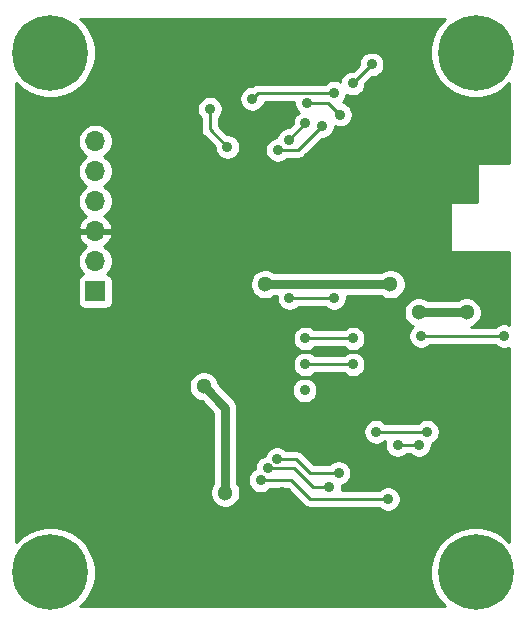
<source format=gbr>
%TF.GenerationSoftware,KiCad,Pcbnew,5.1.6-1.fc32*%
%TF.CreationDate,2020-08-22T09:30:13+02:00*%
%TF.ProjectId,pm_monitor_1,706d5f6d-6f6e-4697-946f-725f312e6b69,rev?*%
%TF.SameCoordinates,Original*%
%TF.FileFunction,Copper,L2,Bot*%
%TF.FilePolarity,Positive*%
%FSLAX46Y46*%
G04 Gerber Fmt 4.6, Leading zero omitted, Abs format (unit mm)*
G04 Created by KiCad (PCBNEW 5.1.6-1.fc32) date 2020-08-22 09:30:13*
%MOMM*%
%LPD*%
G01*
G04 APERTURE LIST*
%TA.AperFunction,ComponentPad*%
%ADD10C,6.400000*%
%TD*%
%TA.AperFunction,ComponentPad*%
%ADD11O,1.700000X1.700000*%
%TD*%
%TA.AperFunction,ComponentPad*%
%ADD12R,1.700000X1.700000*%
%TD*%
%TA.AperFunction,ViaPad*%
%ADD13C,1.300000*%
%TD*%
%TA.AperFunction,ViaPad*%
%ADD14C,0.900000*%
%TD*%
%TA.AperFunction,Conductor*%
%ADD15C,0.800000*%
%TD*%
%TA.AperFunction,Conductor*%
%ADD16C,0.256000*%
%TD*%
%TA.AperFunction,Conductor*%
%ADD17C,0.254000*%
%TD*%
G04 APERTURE END LIST*
D10*
%TO.P,H4,1*%
%TO.N,N/C*%
X90000000Y-98000000D03*
%TD*%
%TO.P,H3,1*%
%TO.N,N/C*%
X90000000Y-54000000D03*
%TD*%
%TO.P,H2,1*%
%TO.N,N/C*%
X54000000Y-98000000D03*
%TD*%
%TO.P,H1,1*%
%TO.N,N/C*%
X54000000Y-54000000D03*
%TD*%
D11*
%TO.P,J3,6*%
%TO.N,Net-(J3-Pad6)*%
X57800000Y-61500000D03*
%TO.P,J3,5*%
%TO.N,/NRST*%
X57800000Y-64040000D03*
%TO.P,J3,4*%
%TO.N,/SWDIO*%
X57800000Y-66580000D03*
%TO.P,J3,3*%
%TO.N,GND*%
X57800000Y-69120000D03*
%TO.P,J3,2*%
%TO.N,/SWCLK*%
X57800000Y-71660000D03*
D12*
%TO.P,J3,1*%
%TO.N,+3V3*%
X57800000Y-74200000D03*
%TD*%
D13*
%TO.N,GND*%
X53975000Y-89250000D03*
X53975000Y-80500000D03*
X61700000Y-91750000D03*
X87250000Y-74000000D03*
X77000000Y-55000000D03*
X69430000Y-54500000D03*
X62300000Y-58000000D03*
X66750000Y-72250000D03*
X92000000Y-61250000D03*
X74500000Y-70800000D03*
X63500000Y-85425000D03*
X67250000Y-87250000D03*
D14*
X73618466Y-91215635D03*
X57500000Y-94000000D03*
X52600000Y-93400000D03*
X86500000Y-84500000D03*
X84500000Y-79750000D03*
X83000000Y-70500000D03*
X85000000Y-72750000D03*
X85750000Y-52750000D03*
X83500000Y-56500000D03*
X86800000Y-62500000D03*
X65250000Y-53000000D03*
X68750000Y-56500000D03*
X58500000Y-58750000D03*
X52500000Y-58750000D03*
X52500000Y-62750000D03*
X52500000Y-67750000D03*
X52500000Y-70500000D03*
X52500000Y-76500000D03*
X57500000Y-79000000D03*
X60750000Y-75750000D03*
X63500000Y-69750000D03*
X63250000Y-65000000D03*
X61750000Y-60750000D03*
X65250000Y-58250000D03*
D13*
X80800000Y-94800000D03*
X68000000Y-99400000D03*
X85050000Y-95200000D03*
D14*
X59800000Y-99000000D03*
X75000000Y-100200000D03*
X80600000Y-100200000D03*
X86000000Y-89600000D03*
X88200000Y-80600000D03*
X70000000Y-65800000D03*
X73800000Y-64800000D03*
X68400000Y-93600000D03*
X74600000Y-94600000D03*
D13*
X65200000Y-79200000D03*
%TO.N,+5V*%
X68800000Y-91250000D03*
X67000000Y-82250000D03*
%TO.N,+3V3*%
X89250000Y-76000000D03*
X85200000Y-76000000D03*
X82800000Y-73600000D03*
X72200000Y-73600000D03*
D14*
%TO.N,/NRST*%
X67500000Y-58750000D03*
X69000000Y-62000000D03*
%TO.N,/BLE_TX*%
X78000000Y-57400000D03*
X71100000Y-57900000D03*
%TO.N,/BLE_RTS#*%
X74200000Y-61400000D03*
X75600000Y-60000000D03*
%TO.N,/BLE_RST#*%
X75750000Y-58250000D03*
X78500000Y-59250000D03*
%TO.N,/BLE_CTS#*%
X77000000Y-60200000D03*
X73250000Y-62250000D03*
%TO.N,/BLE_MODE*%
X85400000Y-78000000D03*
X92400000Y-78000000D03*
%TO.N,/SENSOR_SET*%
X85200000Y-87200000D03*
X83400000Y-87200000D03*
%TO.N,Net-(D4-Pad1)*%
X81600000Y-86095000D03*
X85905000Y-86095000D03*
%TO.N,Net-(D5-Pad1)*%
X71800000Y-90200000D03*
X82600000Y-91800000D03*
%TO.N,/FTH_RTS#*%
X75600000Y-78200000D03*
X72400000Y-89200000D03*
X77600000Y-90800000D03*
X79600000Y-78200000D03*
%TO.N,/FTH_RXD*%
X75525000Y-82600000D03*
%TO.N,/FTH_TXD*%
X75600000Y-80400000D03*
X73200000Y-88400000D03*
X78400000Y-89600000D03*
X79600000Y-80400000D03*
%TO.N,/FTH_CTS#*%
X74250000Y-74750000D03*
X78000000Y-74750000D03*
%TO.N,Net-(D6-Pad1)*%
X79600000Y-56600000D03*
X81200000Y-55000000D03*
%TD*%
D15*
%TO.N,+5V*%
X67000000Y-82250000D02*
X68800000Y-84050000D01*
X68800000Y-84050000D02*
X68800000Y-91250000D01*
%TO.N,+3V3*%
X85200000Y-76000000D02*
X85600000Y-76000000D01*
X85600000Y-76000000D02*
X89250000Y-76000000D01*
X72200000Y-73600000D02*
X82800000Y-73600000D01*
D16*
%TO.N,/NRST*%
X67500000Y-60000000D02*
X67500000Y-58750000D01*
X67500000Y-60500000D02*
X67500000Y-60000000D01*
X69000000Y-62000000D02*
X67500000Y-60500000D01*
%TO.N,/BLE_TX*%
X71600000Y-57400000D02*
X71100000Y-57900000D01*
X78000000Y-57400000D02*
X71600000Y-57400000D01*
%TO.N,/BLE_RTS#*%
X75600000Y-60000000D02*
X74200000Y-61400000D01*
%TO.N,/BLE_RST#*%
X78500000Y-59250000D02*
X77500000Y-58250000D01*
X77500000Y-58250000D02*
X75750000Y-58250000D01*
%TO.N,/BLE_CTS#*%
X74950000Y-62250000D02*
X77000000Y-60200000D01*
X73250000Y-62250000D02*
X74950000Y-62250000D01*
%TO.N,/BLE_MODE*%
X92400000Y-78000000D02*
X85400000Y-78000000D01*
%TO.N,/SENSOR_SET*%
X85200000Y-87200000D02*
X83400000Y-87200000D01*
%TO.N,Net-(D4-Pad1)*%
X81600000Y-86095000D02*
X85905000Y-86095000D01*
%TO.N,Net-(D5-Pad1)*%
X74400000Y-90200000D02*
X71800000Y-90200000D01*
X76000000Y-91800000D02*
X74400000Y-90200000D01*
X78450000Y-91800000D02*
X76000000Y-91800000D01*
X78450000Y-91800000D02*
X82600000Y-91800000D01*
%TO.N,/FTH_RTS#*%
X74600000Y-89200000D02*
X72400000Y-89200000D01*
X77600000Y-90800000D02*
X76200000Y-90800000D01*
X76200000Y-90800000D02*
X74600000Y-89200000D01*
X79600000Y-78200000D02*
X75600000Y-78200000D01*
%TO.N,/FTH_TXD*%
X74800000Y-88400000D02*
X73200000Y-88400000D01*
X78400000Y-89600000D02*
X76000000Y-89600000D01*
X76000000Y-89600000D02*
X74800000Y-88400000D01*
X79600000Y-80400000D02*
X75600000Y-80400000D01*
%TO.N,/FTH_CTS#*%
X78000000Y-74750000D02*
X74250000Y-74750000D01*
%TO.N,Net-(D6-Pad1)*%
X79600000Y-56600000D02*
X81200000Y-55000000D01*
%TD*%
D17*
%TO.N,GND*%
G36*
X87021161Y-51555330D02*
G01*
X86601467Y-52183446D01*
X86312377Y-52881372D01*
X86165000Y-53622285D01*
X86165000Y-54377715D01*
X86312377Y-55118628D01*
X86601467Y-55816554D01*
X87021161Y-56444670D01*
X87555330Y-56978839D01*
X88183446Y-57398533D01*
X88881372Y-57687623D01*
X89622285Y-57835000D01*
X90377715Y-57835000D01*
X91118628Y-57687623D01*
X91816554Y-57398533D01*
X92444670Y-56978839D01*
X92873000Y-56550509D01*
X92873000Y-63373000D01*
X90250000Y-63373000D01*
X90225224Y-63375440D01*
X90201399Y-63382667D01*
X90179443Y-63394403D01*
X90160197Y-63410197D01*
X90144403Y-63429443D01*
X90132667Y-63451399D01*
X90125440Y-63475224D01*
X90123000Y-63500000D01*
X90123000Y-66623000D01*
X88000000Y-66623000D01*
X87975224Y-66625440D01*
X87951399Y-66632667D01*
X87929443Y-66644403D01*
X87910197Y-66660197D01*
X87894403Y-66679443D01*
X87882667Y-66701399D01*
X87875440Y-66725224D01*
X87873000Y-66750000D01*
X87873000Y-70750000D01*
X87875440Y-70774776D01*
X87882667Y-70798601D01*
X87894403Y-70820557D01*
X87910197Y-70839803D01*
X87929443Y-70855597D01*
X87951399Y-70867333D01*
X87975224Y-70874560D01*
X88000000Y-70877000D01*
X92873000Y-70877000D01*
X92873000Y-77021527D01*
X92716483Y-76956696D01*
X92506863Y-76915000D01*
X92293137Y-76915000D01*
X92083517Y-76956696D01*
X91886060Y-77038485D01*
X91708353Y-77157225D01*
X91628578Y-77237000D01*
X89617878Y-77237000D01*
X89624821Y-77235619D01*
X89858676Y-77138753D01*
X90069140Y-76998125D01*
X90248125Y-76819140D01*
X90388753Y-76608676D01*
X90485619Y-76374821D01*
X90535000Y-76126561D01*
X90535000Y-75873439D01*
X90485619Y-75625179D01*
X90388753Y-75391324D01*
X90248125Y-75180860D01*
X90069140Y-75001875D01*
X89858676Y-74861247D01*
X89624821Y-74764381D01*
X89376561Y-74715000D01*
X89123439Y-74715000D01*
X88875179Y-74764381D01*
X88641324Y-74861247D01*
X88486047Y-74965000D01*
X85963953Y-74965000D01*
X85808676Y-74861247D01*
X85574821Y-74764381D01*
X85326561Y-74715000D01*
X85073439Y-74715000D01*
X84825179Y-74764381D01*
X84591324Y-74861247D01*
X84380860Y-75001875D01*
X84201875Y-75180860D01*
X84061247Y-75391324D01*
X83964381Y-75625179D01*
X83915000Y-75873439D01*
X83915000Y-76126561D01*
X83964381Y-76374821D01*
X84061247Y-76608676D01*
X84201875Y-76819140D01*
X84380860Y-76998125D01*
X84591324Y-77138753D01*
X84687138Y-77178440D01*
X84557225Y-77308353D01*
X84438485Y-77486060D01*
X84356696Y-77683517D01*
X84315000Y-77893137D01*
X84315000Y-78106863D01*
X84356696Y-78316483D01*
X84438485Y-78513940D01*
X84557225Y-78691647D01*
X84708353Y-78842775D01*
X84886060Y-78961515D01*
X85083517Y-79043304D01*
X85293137Y-79085000D01*
X85506863Y-79085000D01*
X85716483Y-79043304D01*
X85913940Y-78961515D01*
X86091647Y-78842775D01*
X86171422Y-78763000D01*
X91628578Y-78763000D01*
X91708353Y-78842775D01*
X91886060Y-78961515D01*
X92083517Y-79043304D01*
X92293137Y-79085000D01*
X92506863Y-79085000D01*
X92716483Y-79043304D01*
X92873000Y-78978473D01*
X92873000Y-95449491D01*
X92444670Y-95021161D01*
X91816554Y-94601467D01*
X91118628Y-94312377D01*
X90377715Y-94165000D01*
X89622285Y-94165000D01*
X88881372Y-94312377D01*
X88183446Y-94601467D01*
X87555330Y-95021161D01*
X87021161Y-95555330D01*
X86601467Y-96183446D01*
X86312377Y-96881372D01*
X86165000Y-97622285D01*
X86165000Y-98377715D01*
X86312377Y-99118628D01*
X86601467Y-99816554D01*
X87021161Y-100444670D01*
X87449491Y-100873000D01*
X56550509Y-100873000D01*
X56978839Y-100444670D01*
X57398533Y-99816554D01*
X57687623Y-99118628D01*
X57835000Y-98377715D01*
X57835000Y-97622285D01*
X57687623Y-96881372D01*
X57398533Y-96183446D01*
X56978839Y-95555330D01*
X56444670Y-95021161D01*
X55816554Y-94601467D01*
X55118628Y-94312377D01*
X54377715Y-94165000D01*
X53622285Y-94165000D01*
X52881372Y-94312377D01*
X52183446Y-94601467D01*
X51555330Y-95021161D01*
X51127000Y-95449491D01*
X51127000Y-82123439D01*
X65715000Y-82123439D01*
X65715000Y-82376561D01*
X65764381Y-82624821D01*
X65861247Y-82858676D01*
X66001875Y-83069140D01*
X66180860Y-83248125D01*
X66391324Y-83388753D01*
X66625179Y-83485619D01*
X66808341Y-83522051D01*
X67765000Y-84478711D01*
X67765001Y-90486046D01*
X67661247Y-90641324D01*
X67564381Y-90875179D01*
X67515000Y-91123439D01*
X67515000Y-91376561D01*
X67564381Y-91624821D01*
X67661247Y-91858676D01*
X67801875Y-92069140D01*
X67980860Y-92248125D01*
X68191324Y-92388753D01*
X68425179Y-92485619D01*
X68673439Y-92535000D01*
X68926561Y-92535000D01*
X69174821Y-92485619D01*
X69408676Y-92388753D01*
X69619140Y-92248125D01*
X69798125Y-92069140D01*
X69938753Y-91858676D01*
X70035619Y-91624821D01*
X70085000Y-91376561D01*
X70085000Y-91123439D01*
X70035619Y-90875179D01*
X69938753Y-90641324D01*
X69835000Y-90486047D01*
X69835000Y-90093137D01*
X70715000Y-90093137D01*
X70715000Y-90306863D01*
X70756696Y-90516483D01*
X70838485Y-90713940D01*
X70957225Y-90891647D01*
X71108353Y-91042775D01*
X71286060Y-91161515D01*
X71483517Y-91243304D01*
X71693137Y-91285000D01*
X71906863Y-91285000D01*
X72116483Y-91243304D01*
X72313940Y-91161515D01*
X72491647Y-91042775D01*
X72571422Y-90963000D01*
X74083956Y-90963000D01*
X75433982Y-92313027D01*
X75457868Y-92342132D01*
X75486973Y-92366018D01*
X75486976Y-92366021D01*
X75514675Y-92388753D01*
X75574049Y-92437480D01*
X75706600Y-92508330D01*
X75850426Y-92551959D01*
X75962525Y-92563000D01*
X75962533Y-92563000D01*
X76000000Y-92566690D01*
X76037467Y-92563000D01*
X81828578Y-92563000D01*
X81908353Y-92642775D01*
X82086060Y-92761515D01*
X82283517Y-92843304D01*
X82493137Y-92885000D01*
X82706863Y-92885000D01*
X82916483Y-92843304D01*
X83113940Y-92761515D01*
X83291647Y-92642775D01*
X83442775Y-92491647D01*
X83561515Y-92313940D01*
X83643304Y-92116483D01*
X83685000Y-91906863D01*
X83685000Y-91693137D01*
X83643304Y-91483517D01*
X83561515Y-91286060D01*
X83442775Y-91108353D01*
X83291647Y-90957225D01*
X83113940Y-90838485D01*
X82916483Y-90756696D01*
X82706863Y-90715000D01*
X82493137Y-90715000D01*
X82283517Y-90756696D01*
X82086060Y-90838485D01*
X81908353Y-90957225D01*
X81828578Y-91037000D01*
X78659114Y-91037000D01*
X78685000Y-90906863D01*
X78685000Y-90693137D01*
X78676663Y-90651225D01*
X78716483Y-90643304D01*
X78913940Y-90561515D01*
X79091647Y-90442775D01*
X79242775Y-90291647D01*
X79361515Y-90113940D01*
X79443304Y-89916483D01*
X79485000Y-89706863D01*
X79485000Y-89493137D01*
X79443304Y-89283517D01*
X79361515Y-89086060D01*
X79242775Y-88908353D01*
X79091647Y-88757225D01*
X78913940Y-88638485D01*
X78716483Y-88556696D01*
X78506863Y-88515000D01*
X78293137Y-88515000D01*
X78083517Y-88556696D01*
X77886060Y-88638485D01*
X77708353Y-88757225D01*
X77628578Y-88837000D01*
X76316045Y-88837000D01*
X75366023Y-87886979D01*
X75342132Y-87857868D01*
X75225951Y-87762520D01*
X75093400Y-87691670D01*
X74949574Y-87648041D01*
X74837475Y-87637000D01*
X74837467Y-87637000D01*
X74800000Y-87633310D01*
X74762533Y-87637000D01*
X73971422Y-87637000D01*
X73891647Y-87557225D01*
X73713940Y-87438485D01*
X73516483Y-87356696D01*
X73306863Y-87315000D01*
X73093137Y-87315000D01*
X72883517Y-87356696D01*
X72686060Y-87438485D01*
X72508353Y-87557225D01*
X72357225Y-87708353D01*
X72238485Y-87886060D01*
X72156696Y-88083517D01*
X72144555Y-88144555D01*
X72083517Y-88156696D01*
X71886060Y-88238485D01*
X71708353Y-88357225D01*
X71557225Y-88508353D01*
X71438485Y-88686060D01*
X71356696Y-88883517D01*
X71315000Y-89093137D01*
X71315000Y-89226498D01*
X71286060Y-89238485D01*
X71108353Y-89357225D01*
X70957225Y-89508353D01*
X70838485Y-89686060D01*
X70756696Y-89883517D01*
X70715000Y-90093137D01*
X69835000Y-90093137D01*
X69835000Y-85988137D01*
X80515000Y-85988137D01*
X80515000Y-86201863D01*
X80556696Y-86411483D01*
X80638485Y-86608940D01*
X80757225Y-86786647D01*
X80908353Y-86937775D01*
X81086060Y-87056515D01*
X81283517Y-87138304D01*
X81493137Y-87180000D01*
X81706863Y-87180000D01*
X81916483Y-87138304D01*
X82113940Y-87056515D01*
X82291647Y-86937775D01*
X82364326Y-86865096D01*
X82356696Y-86883517D01*
X82315000Y-87093137D01*
X82315000Y-87306863D01*
X82356696Y-87516483D01*
X82438485Y-87713940D01*
X82557225Y-87891647D01*
X82708353Y-88042775D01*
X82886060Y-88161515D01*
X83083517Y-88243304D01*
X83293137Y-88285000D01*
X83506863Y-88285000D01*
X83716483Y-88243304D01*
X83913940Y-88161515D01*
X84091647Y-88042775D01*
X84171422Y-87963000D01*
X84428578Y-87963000D01*
X84508353Y-88042775D01*
X84686060Y-88161515D01*
X84883517Y-88243304D01*
X85093137Y-88285000D01*
X85306863Y-88285000D01*
X85516483Y-88243304D01*
X85713940Y-88161515D01*
X85891647Y-88042775D01*
X86042775Y-87891647D01*
X86161515Y-87713940D01*
X86243304Y-87516483D01*
X86285000Y-87306863D01*
X86285000Y-87111995D01*
X86418940Y-87056515D01*
X86596647Y-86937775D01*
X86747775Y-86786647D01*
X86866515Y-86608940D01*
X86948304Y-86411483D01*
X86990000Y-86201863D01*
X86990000Y-85988137D01*
X86948304Y-85778517D01*
X86866515Y-85581060D01*
X86747775Y-85403353D01*
X86596647Y-85252225D01*
X86418940Y-85133485D01*
X86221483Y-85051696D01*
X86011863Y-85010000D01*
X85798137Y-85010000D01*
X85588517Y-85051696D01*
X85391060Y-85133485D01*
X85213353Y-85252225D01*
X85133578Y-85332000D01*
X82371422Y-85332000D01*
X82291647Y-85252225D01*
X82113940Y-85133485D01*
X81916483Y-85051696D01*
X81706863Y-85010000D01*
X81493137Y-85010000D01*
X81283517Y-85051696D01*
X81086060Y-85133485D01*
X80908353Y-85252225D01*
X80757225Y-85403353D01*
X80638485Y-85581060D01*
X80556696Y-85778517D01*
X80515000Y-85988137D01*
X69835000Y-85988137D01*
X69835000Y-84100827D01*
X69840006Y-84049999D01*
X69835000Y-83999171D01*
X69835000Y-83999162D01*
X69820024Y-83847105D01*
X69760841Y-83652007D01*
X69671905Y-83485619D01*
X69664734Y-83472202D01*
X69567803Y-83354092D01*
X69535396Y-83314604D01*
X69495908Y-83282197D01*
X68706848Y-82493137D01*
X74440000Y-82493137D01*
X74440000Y-82706863D01*
X74481696Y-82916483D01*
X74563485Y-83113940D01*
X74682225Y-83291647D01*
X74833353Y-83442775D01*
X75011060Y-83561515D01*
X75208517Y-83643304D01*
X75418137Y-83685000D01*
X75631863Y-83685000D01*
X75841483Y-83643304D01*
X76038940Y-83561515D01*
X76216647Y-83442775D01*
X76367775Y-83291647D01*
X76486515Y-83113940D01*
X76568304Y-82916483D01*
X76610000Y-82706863D01*
X76610000Y-82493137D01*
X76568304Y-82283517D01*
X76486515Y-82086060D01*
X76367775Y-81908353D01*
X76216647Y-81757225D01*
X76038940Y-81638485D01*
X75841483Y-81556696D01*
X75631863Y-81515000D01*
X75418137Y-81515000D01*
X75208517Y-81556696D01*
X75011060Y-81638485D01*
X74833353Y-81757225D01*
X74682225Y-81908353D01*
X74563485Y-82086060D01*
X74481696Y-82283517D01*
X74440000Y-82493137D01*
X68706848Y-82493137D01*
X68272051Y-82058341D01*
X68235619Y-81875179D01*
X68138753Y-81641324D01*
X67998125Y-81430860D01*
X67819140Y-81251875D01*
X67608676Y-81111247D01*
X67374821Y-81014381D01*
X67126561Y-80965000D01*
X66873439Y-80965000D01*
X66625179Y-81014381D01*
X66391324Y-81111247D01*
X66180860Y-81251875D01*
X66001875Y-81430860D01*
X65861247Y-81641324D01*
X65764381Y-81875179D01*
X65715000Y-82123439D01*
X51127000Y-82123439D01*
X51127000Y-80293137D01*
X74515000Y-80293137D01*
X74515000Y-80506863D01*
X74556696Y-80716483D01*
X74638485Y-80913940D01*
X74757225Y-81091647D01*
X74908353Y-81242775D01*
X75086060Y-81361515D01*
X75283517Y-81443304D01*
X75493137Y-81485000D01*
X75706863Y-81485000D01*
X75916483Y-81443304D01*
X76113940Y-81361515D01*
X76291647Y-81242775D01*
X76371422Y-81163000D01*
X78828578Y-81163000D01*
X78908353Y-81242775D01*
X79086060Y-81361515D01*
X79283517Y-81443304D01*
X79493137Y-81485000D01*
X79706863Y-81485000D01*
X79916483Y-81443304D01*
X80113940Y-81361515D01*
X80291647Y-81242775D01*
X80442775Y-81091647D01*
X80561515Y-80913940D01*
X80643304Y-80716483D01*
X80685000Y-80506863D01*
X80685000Y-80293137D01*
X80643304Y-80083517D01*
X80561515Y-79886060D01*
X80442775Y-79708353D01*
X80291647Y-79557225D01*
X80113940Y-79438485D01*
X79916483Y-79356696D01*
X79706863Y-79315000D01*
X79493137Y-79315000D01*
X79283517Y-79356696D01*
X79086060Y-79438485D01*
X78908353Y-79557225D01*
X78828578Y-79637000D01*
X76371422Y-79637000D01*
X76291647Y-79557225D01*
X76113940Y-79438485D01*
X75916483Y-79356696D01*
X75706863Y-79315000D01*
X75493137Y-79315000D01*
X75283517Y-79356696D01*
X75086060Y-79438485D01*
X74908353Y-79557225D01*
X74757225Y-79708353D01*
X74638485Y-79886060D01*
X74556696Y-80083517D01*
X74515000Y-80293137D01*
X51127000Y-80293137D01*
X51127000Y-78093137D01*
X74515000Y-78093137D01*
X74515000Y-78306863D01*
X74556696Y-78516483D01*
X74638485Y-78713940D01*
X74757225Y-78891647D01*
X74908353Y-79042775D01*
X75086060Y-79161515D01*
X75283517Y-79243304D01*
X75493137Y-79285000D01*
X75706863Y-79285000D01*
X75916483Y-79243304D01*
X76113940Y-79161515D01*
X76291647Y-79042775D01*
X76371422Y-78963000D01*
X78828578Y-78963000D01*
X78908353Y-79042775D01*
X79086060Y-79161515D01*
X79283517Y-79243304D01*
X79493137Y-79285000D01*
X79706863Y-79285000D01*
X79916483Y-79243304D01*
X80113940Y-79161515D01*
X80291647Y-79042775D01*
X80442775Y-78891647D01*
X80561515Y-78713940D01*
X80643304Y-78516483D01*
X80685000Y-78306863D01*
X80685000Y-78093137D01*
X80643304Y-77883517D01*
X80561515Y-77686060D01*
X80442775Y-77508353D01*
X80291647Y-77357225D01*
X80113940Y-77238485D01*
X79916483Y-77156696D01*
X79706863Y-77115000D01*
X79493137Y-77115000D01*
X79283517Y-77156696D01*
X79086060Y-77238485D01*
X78908353Y-77357225D01*
X78828578Y-77437000D01*
X76371422Y-77437000D01*
X76291647Y-77357225D01*
X76113940Y-77238485D01*
X75916483Y-77156696D01*
X75706863Y-77115000D01*
X75493137Y-77115000D01*
X75283517Y-77156696D01*
X75086060Y-77238485D01*
X74908353Y-77357225D01*
X74757225Y-77508353D01*
X74638485Y-77686060D01*
X74556696Y-77883517D01*
X74515000Y-78093137D01*
X51127000Y-78093137D01*
X51127000Y-73350000D01*
X56311928Y-73350000D01*
X56311928Y-75050000D01*
X56324188Y-75174482D01*
X56360498Y-75294180D01*
X56419463Y-75404494D01*
X56498815Y-75501185D01*
X56595506Y-75580537D01*
X56705820Y-75639502D01*
X56825518Y-75675812D01*
X56950000Y-75688072D01*
X58650000Y-75688072D01*
X58774482Y-75675812D01*
X58894180Y-75639502D01*
X59004494Y-75580537D01*
X59101185Y-75501185D01*
X59180537Y-75404494D01*
X59239502Y-75294180D01*
X59275812Y-75174482D01*
X59288072Y-75050000D01*
X59288072Y-73473439D01*
X70915000Y-73473439D01*
X70915000Y-73726561D01*
X70964381Y-73974821D01*
X71061247Y-74208676D01*
X71201875Y-74419140D01*
X71380860Y-74598125D01*
X71591324Y-74738753D01*
X71825179Y-74835619D01*
X72073439Y-74885000D01*
X72326561Y-74885000D01*
X72574821Y-74835619D01*
X72808676Y-74738753D01*
X72963953Y-74635000D01*
X73166619Y-74635000D01*
X73165000Y-74643137D01*
X73165000Y-74856863D01*
X73206696Y-75066483D01*
X73288485Y-75263940D01*
X73407225Y-75441647D01*
X73558353Y-75592775D01*
X73736060Y-75711515D01*
X73933517Y-75793304D01*
X74143137Y-75835000D01*
X74356863Y-75835000D01*
X74566483Y-75793304D01*
X74763940Y-75711515D01*
X74941647Y-75592775D01*
X75021422Y-75513000D01*
X77228578Y-75513000D01*
X77308353Y-75592775D01*
X77486060Y-75711515D01*
X77683517Y-75793304D01*
X77893137Y-75835000D01*
X78106863Y-75835000D01*
X78316483Y-75793304D01*
X78513940Y-75711515D01*
X78691647Y-75592775D01*
X78842775Y-75441647D01*
X78961515Y-75263940D01*
X79043304Y-75066483D01*
X79085000Y-74856863D01*
X79085000Y-74643137D01*
X79083381Y-74635000D01*
X82036047Y-74635000D01*
X82191324Y-74738753D01*
X82425179Y-74835619D01*
X82673439Y-74885000D01*
X82926561Y-74885000D01*
X83174821Y-74835619D01*
X83408676Y-74738753D01*
X83619140Y-74598125D01*
X83798125Y-74419140D01*
X83938753Y-74208676D01*
X84035619Y-73974821D01*
X84085000Y-73726561D01*
X84085000Y-73473439D01*
X84035619Y-73225179D01*
X83938753Y-72991324D01*
X83798125Y-72780860D01*
X83619140Y-72601875D01*
X83408676Y-72461247D01*
X83174821Y-72364381D01*
X82926561Y-72315000D01*
X82673439Y-72315000D01*
X82425179Y-72364381D01*
X82191324Y-72461247D01*
X82036047Y-72565000D01*
X72963953Y-72565000D01*
X72808676Y-72461247D01*
X72574821Y-72364381D01*
X72326561Y-72315000D01*
X72073439Y-72315000D01*
X71825179Y-72364381D01*
X71591324Y-72461247D01*
X71380860Y-72601875D01*
X71201875Y-72780860D01*
X71061247Y-72991324D01*
X70964381Y-73225179D01*
X70915000Y-73473439D01*
X59288072Y-73473439D01*
X59288072Y-73350000D01*
X59275812Y-73225518D01*
X59239502Y-73105820D01*
X59180537Y-72995506D01*
X59101185Y-72898815D01*
X59004494Y-72819463D01*
X58894180Y-72760498D01*
X58821620Y-72738487D01*
X58953475Y-72606632D01*
X59115990Y-72363411D01*
X59227932Y-72093158D01*
X59285000Y-71806260D01*
X59285000Y-71513740D01*
X59227932Y-71226842D01*
X59115990Y-70956589D01*
X58953475Y-70713368D01*
X58746632Y-70506525D01*
X58564466Y-70384805D01*
X58681355Y-70315178D01*
X58897588Y-70120269D01*
X59071641Y-69886920D01*
X59196825Y-69624099D01*
X59241476Y-69476890D01*
X59120155Y-69247000D01*
X57927000Y-69247000D01*
X57927000Y-69267000D01*
X57673000Y-69267000D01*
X57673000Y-69247000D01*
X56479845Y-69247000D01*
X56358524Y-69476890D01*
X56403175Y-69624099D01*
X56528359Y-69886920D01*
X56702412Y-70120269D01*
X56918645Y-70315178D01*
X57035534Y-70384805D01*
X56853368Y-70506525D01*
X56646525Y-70713368D01*
X56484010Y-70956589D01*
X56372068Y-71226842D01*
X56315000Y-71513740D01*
X56315000Y-71806260D01*
X56372068Y-72093158D01*
X56484010Y-72363411D01*
X56646525Y-72606632D01*
X56778380Y-72738487D01*
X56705820Y-72760498D01*
X56595506Y-72819463D01*
X56498815Y-72898815D01*
X56419463Y-72995506D01*
X56360498Y-73105820D01*
X56324188Y-73225518D01*
X56311928Y-73350000D01*
X51127000Y-73350000D01*
X51127000Y-61353740D01*
X56315000Y-61353740D01*
X56315000Y-61646260D01*
X56372068Y-61933158D01*
X56484010Y-62203411D01*
X56646525Y-62446632D01*
X56853368Y-62653475D01*
X57027760Y-62770000D01*
X56853368Y-62886525D01*
X56646525Y-63093368D01*
X56484010Y-63336589D01*
X56372068Y-63606842D01*
X56315000Y-63893740D01*
X56315000Y-64186260D01*
X56372068Y-64473158D01*
X56484010Y-64743411D01*
X56646525Y-64986632D01*
X56853368Y-65193475D01*
X57027760Y-65310000D01*
X56853368Y-65426525D01*
X56646525Y-65633368D01*
X56484010Y-65876589D01*
X56372068Y-66146842D01*
X56315000Y-66433740D01*
X56315000Y-66726260D01*
X56372068Y-67013158D01*
X56484010Y-67283411D01*
X56646525Y-67526632D01*
X56853368Y-67733475D01*
X57035534Y-67855195D01*
X56918645Y-67924822D01*
X56702412Y-68119731D01*
X56528359Y-68353080D01*
X56403175Y-68615901D01*
X56358524Y-68763110D01*
X56479845Y-68993000D01*
X57673000Y-68993000D01*
X57673000Y-68973000D01*
X57927000Y-68973000D01*
X57927000Y-68993000D01*
X59120155Y-68993000D01*
X59241476Y-68763110D01*
X59196825Y-68615901D01*
X59071641Y-68353080D01*
X58897588Y-68119731D01*
X58681355Y-67924822D01*
X58564466Y-67855195D01*
X58746632Y-67733475D01*
X58953475Y-67526632D01*
X59115990Y-67283411D01*
X59227932Y-67013158D01*
X59285000Y-66726260D01*
X59285000Y-66433740D01*
X59227932Y-66146842D01*
X59115990Y-65876589D01*
X58953475Y-65633368D01*
X58746632Y-65426525D01*
X58572240Y-65310000D01*
X58746632Y-65193475D01*
X58953475Y-64986632D01*
X59115990Y-64743411D01*
X59227932Y-64473158D01*
X59285000Y-64186260D01*
X59285000Y-63893740D01*
X59227932Y-63606842D01*
X59115990Y-63336589D01*
X58953475Y-63093368D01*
X58746632Y-62886525D01*
X58572240Y-62770000D01*
X58746632Y-62653475D01*
X58953475Y-62446632D01*
X59115990Y-62203411D01*
X59227932Y-61933158D01*
X59285000Y-61646260D01*
X59285000Y-61353740D01*
X59227932Y-61066842D01*
X59115990Y-60796589D01*
X58953475Y-60553368D01*
X58746632Y-60346525D01*
X58503411Y-60184010D01*
X58233158Y-60072068D01*
X57946260Y-60015000D01*
X57653740Y-60015000D01*
X57366842Y-60072068D01*
X57096589Y-60184010D01*
X56853368Y-60346525D01*
X56646525Y-60553368D01*
X56484010Y-60796589D01*
X56372068Y-61066842D01*
X56315000Y-61353740D01*
X51127000Y-61353740D01*
X51127000Y-58643137D01*
X66415000Y-58643137D01*
X66415000Y-58856863D01*
X66456696Y-59066483D01*
X66538485Y-59263940D01*
X66657225Y-59441647D01*
X66737000Y-59521422D01*
X66737000Y-60462533D01*
X66733310Y-60500000D01*
X66737000Y-60537467D01*
X66737000Y-60537474D01*
X66748041Y-60649573D01*
X66791670Y-60793399D01*
X66862520Y-60925950D01*
X66957868Y-61042132D01*
X66986979Y-61066023D01*
X67915000Y-61994045D01*
X67915000Y-62106863D01*
X67956696Y-62316483D01*
X68038485Y-62513940D01*
X68157225Y-62691647D01*
X68308353Y-62842775D01*
X68486060Y-62961515D01*
X68683517Y-63043304D01*
X68893137Y-63085000D01*
X69106863Y-63085000D01*
X69316483Y-63043304D01*
X69513940Y-62961515D01*
X69691647Y-62842775D01*
X69842775Y-62691647D01*
X69961515Y-62513940D01*
X70043304Y-62316483D01*
X70085000Y-62106863D01*
X70085000Y-61893137D01*
X70043304Y-61683517D01*
X69961515Y-61486060D01*
X69842775Y-61308353D01*
X69691647Y-61157225D01*
X69513940Y-61038485D01*
X69316483Y-60956696D01*
X69106863Y-60915000D01*
X68994045Y-60915000D01*
X68263000Y-60183956D01*
X68263000Y-59521422D01*
X68342775Y-59441647D01*
X68461515Y-59263940D01*
X68543304Y-59066483D01*
X68585000Y-58856863D01*
X68585000Y-58643137D01*
X68543304Y-58433517D01*
X68461515Y-58236060D01*
X68342775Y-58058353D01*
X68191647Y-57907225D01*
X68020903Y-57793137D01*
X70015000Y-57793137D01*
X70015000Y-58006863D01*
X70056696Y-58216483D01*
X70138485Y-58413940D01*
X70257225Y-58591647D01*
X70408353Y-58742775D01*
X70586060Y-58861515D01*
X70783517Y-58943304D01*
X70993137Y-58985000D01*
X71206863Y-58985000D01*
X71416483Y-58943304D01*
X71613940Y-58861515D01*
X71791647Y-58742775D01*
X71942775Y-58591647D01*
X72061515Y-58413940D01*
X72143304Y-58216483D01*
X72153942Y-58163000D01*
X74665000Y-58163000D01*
X74665000Y-58356863D01*
X74706696Y-58566483D01*
X74788485Y-58763940D01*
X74907225Y-58941647D01*
X75036906Y-59071328D01*
X74908353Y-59157225D01*
X74757225Y-59308353D01*
X74638485Y-59486060D01*
X74556696Y-59683517D01*
X74515000Y-59893137D01*
X74515000Y-60005955D01*
X74205956Y-60315000D01*
X74093137Y-60315000D01*
X73883517Y-60356696D01*
X73686060Y-60438485D01*
X73508353Y-60557225D01*
X73357225Y-60708353D01*
X73238485Y-60886060D01*
X73156696Y-61083517D01*
X73140379Y-61165549D01*
X72933517Y-61206696D01*
X72736060Y-61288485D01*
X72558353Y-61407225D01*
X72407225Y-61558353D01*
X72288485Y-61736060D01*
X72206696Y-61933517D01*
X72165000Y-62143137D01*
X72165000Y-62356863D01*
X72206696Y-62566483D01*
X72288485Y-62763940D01*
X72407225Y-62941647D01*
X72558353Y-63092775D01*
X72736060Y-63211515D01*
X72933517Y-63293304D01*
X73143137Y-63335000D01*
X73356863Y-63335000D01*
X73566483Y-63293304D01*
X73763940Y-63211515D01*
X73941647Y-63092775D01*
X74021422Y-63013000D01*
X74912533Y-63013000D01*
X74950000Y-63016690D01*
X74987467Y-63013000D01*
X74987475Y-63013000D01*
X75099574Y-63001959D01*
X75243400Y-62958330D01*
X75375951Y-62887480D01*
X75492132Y-62792132D01*
X75516023Y-62763021D01*
X76994045Y-61285000D01*
X77106863Y-61285000D01*
X77316483Y-61243304D01*
X77513940Y-61161515D01*
X77691647Y-61042775D01*
X77842775Y-60891647D01*
X77961515Y-60713940D01*
X78043304Y-60516483D01*
X78085000Y-60306863D01*
X78085000Y-60252497D01*
X78183517Y-60293304D01*
X78393137Y-60335000D01*
X78606863Y-60335000D01*
X78816483Y-60293304D01*
X79013940Y-60211515D01*
X79191647Y-60092775D01*
X79342775Y-59941647D01*
X79461515Y-59763940D01*
X79543304Y-59566483D01*
X79585000Y-59356863D01*
X79585000Y-59143137D01*
X79543304Y-58933517D01*
X79461515Y-58736060D01*
X79342775Y-58558353D01*
X79191647Y-58407225D01*
X79013940Y-58288485D01*
X78816483Y-58206696D01*
X78742452Y-58191970D01*
X78842775Y-58091647D01*
X78961515Y-57913940D01*
X79043304Y-57716483D01*
X79075529Y-57554478D01*
X79086060Y-57561515D01*
X79283517Y-57643304D01*
X79493137Y-57685000D01*
X79706863Y-57685000D01*
X79916483Y-57643304D01*
X80113940Y-57561515D01*
X80291647Y-57442775D01*
X80442775Y-57291647D01*
X80561515Y-57113940D01*
X80643304Y-56916483D01*
X80685000Y-56706863D01*
X80685000Y-56594044D01*
X81194045Y-56085000D01*
X81306863Y-56085000D01*
X81516483Y-56043304D01*
X81713940Y-55961515D01*
X81891647Y-55842775D01*
X82042775Y-55691647D01*
X82161515Y-55513940D01*
X82243304Y-55316483D01*
X82285000Y-55106863D01*
X82285000Y-54893137D01*
X82243304Y-54683517D01*
X82161515Y-54486060D01*
X82042775Y-54308353D01*
X81891647Y-54157225D01*
X81713940Y-54038485D01*
X81516483Y-53956696D01*
X81306863Y-53915000D01*
X81093137Y-53915000D01*
X80883517Y-53956696D01*
X80686060Y-54038485D01*
X80508353Y-54157225D01*
X80357225Y-54308353D01*
X80238485Y-54486060D01*
X80156696Y-54683517D01*
X80115000Y-54893137D01*
X80115000Y-55005955D01*
X79605956Y-55515000D01*
X79493137Y-55515000D01*
X79283517Y-55556696D01*
X79086060Y-55638485D01*
X78908353Y-55757225D01*
X78757225Y-55908353D01*
X78638485Y-56086060D01*
X78556696Y-56283517D01*
X78524471Y-56445522D01*
X78513940Y-56438485D01*
X78316483Y-56356696D01*
X78106863Y-56315000D01*
X77893137Y-56315000D01*
X77683517Y-56356696D01*
X77486060Y-56438485D01*
X77308353Y-56557225D01*
X77228578Y-56637000D01*
X71637467Y-56637000D01*
X71600000Y-56633310D01*
X71562533Y-56637000D01*
X71562525Y-56637000D01*
X71450426Y-56648041D01*
X71306600Y-56691670D01*
X71174049Y-56762520D01*
X71110102Y-56815000D01*
X70993137Y-56815000D01*
X70783517Y-56856696D01*
X70586060Y-56938485D01*
X70408353Y-57057225D01*
X70257225Y-57208353D01*
X70138485Y-57386060D01*
X70056696Y-57583517D01*
X70015000Y-57793137D01*
X68020903Y-57793137D01*
X68013940Y-57788485D01*
X67816483Y-57706696D01*
X67606863Y-57665000D01*
X67393137Y-57665000D01*
X67183517Y-57706696D01*
X66986060Y-57788485D01*
X66808353Y-57907225D01*
X66657225Y-58058353D01*
X66538485Y-58236060D01*
X66456696Y-58433517D01*
X66415000Y-58643137D01*
X51127000Y-58643137D01*
X51127000Y-56550509D01*
X51555330Y-56978839D01*
X52183446Y-57398533D01*
X52881372Y-57687623D01*
X53622285Y-57835000D01*
X54377715Y-57835000D01*
X55118628Y-57687623D01*
X55816554Y-57398533D01*
X56444670Y-56978839D01*
X56978839Y-56444670D01*
X57398533Y-55816554D01*
X57687623Y-55118628D01*
X57835000Y-54377715D01*
X57835000Y-53622285D01*
X57687623Y-52881372D01*
X57398533Y-52183446D01*
X56978839Y-51555330D01*
X56550509Y-51127000D01*
X87449491Y-51127000D01*
X87021161Y-51555330D01*
G37*
X87021161Y-51555330D02*
X86601467Y-52183446D01*
X86312377Y-52881372D01*
X86165000Y-53622285D01*
X86165000Y-54377715D01*
X86312377Y-55118628D01*
X86601467Y-55816554D01*
X87021161Y-56444670D01*
X87555330Y-56978839D01*
X88183446Y-57398533D01*
X88881372Y-57687623D01*
X89622285Y-57835000D01*
X90377715Y-57835000D01*
X91118628Y-57687623D01*
X91816554Y-57398533D01*
X92444670Y-56978839D01*
X92873000Y-56550509D01*
X92873000Y-63373000D01*
X90250000Y-63373000D01*
X90225224Y-63375440D01*
X90201399Y-63382667D01*
X90179443Y-63394403D01*
X90160197Y-63410197D01*
X90144403Y-63429443D01*
X90132667Y-63451399D01*
X90125440Y-63475224D01*
X90123000Y-63500000D01*
X90123000Y-66623000D01*
X88000000Y-66623000D01*
X87975224Y-66625440D01*
X87951399Y-66632667D01*
X87929443Y-66644403D01*
X87910197Y-66660197D01*
X87894403Y-66679443D01*
X87882667Y-66701399D01*
X87875440Y-66725224D01*
X87873000Y-66750000D01*
X87873000Y-70750000D01*
X87875440Y-70774776D01*
X87882667Y-70798601D01*
X87894403Y-70820557D01*
X87910197Y-70839803D01*
X87929443Y-70855597D01*
X87951399Y-70867333D01*
X87975224Y-70874560D01*
X88000000Y-70877000D01*
X92873000Y-70877000D01*
X92873000Y-77021527D01*
X92716483Y-76956696D01*
X92506863Y-76915000D01*
X92293137Y-76915000D01*
X92083517Y-76956696D01*
X91886060Y-77038485D01*
X91708353Y-77157225D01*
X91628578Y-77237000D01*
X89617878Y-77237000D01*
X89624821Y-77235619D01*
X89858676Y-77138753D01*
X90069140Y-76998125D01*
X90248125Y-76819140D01*
X90388753Y-76608676D01*
X90485619Y-76374821D01*
X90535000Y-76126561D01*
X90535000Y-75873439D01*
X90485619Y-75625179D01*
X90388753Y-75391324D01*
X90248125Y-75180860D01*
X90069140Y-75001875D01*
X89858676Y-74861247D01*
X89624821Y-74764381D01*
X89376561Y-74715000D01*
X89123439Y-74715000D01*
X88875179Y-74764381D01*
X88641324Y-74861247D01*
X88486047Y-74965000D01*
X85963953Y-74965000D01*
X85808676Y-74861247D01*
X85574821Y-74764381D01*
X85326561Y-74715000D01*
X85073439Y-74715000D01*
X84825179Y-74764381D01*
X84591324Y-74861247D01*
X84380860Y-75001875D01*
X84201875Y-75180860D01*
X84061247Y-75391324D01*
X83964381Y-75625179D01*
X83915000Y-75873439D01*
X83915000Y-76126561D01*
X83964381Y-76374821D01*
X84061247Y-76608676D01*
X84201875Y-76819140D01*
X84380860Y-76998125D01*
X84591324Y-77138753D01*
X84687138Y-77178440D01*
X84557225Y-77308353D01*
X84438485Y-77486060D01*
X84356696Y-77683517D01*
X84315000Y-77893137D01*
X84315000Y-78106863D01*
X84356696Y-78316483D01*
X84438485Y-78513940D01*
X84557225Y-78691647D01*
X84708353Y-78842775D01*
X84886060Y-78961515D01*
X85083517Y-79043304D01*
X85293137Y-79085000D01*
X85506863Y-79085000D01*
X85716483Y-79043304D01*
X85913940Y-78961515D01*
X86091647Y-78842775D01*
X86171422Y-78763000D01*
X91628578Y-78763000D01*
X91708353Y-78842775D01*
X91886060Y-78961515D01*
X92083517Y-79043304D01*
X92293137Y-79085000D01*
X92506863Y-79085000D01*
X92716483Y-79043304D01*
X92873000Y-78978473D01*
X92873000Y-95449491D01*
X92444670Y-95021161D01*
X91816554Y-94601467D01*
X91118628Y-94312377D01*
X90377715Y-94165000D01*
X89622285Y-94165000D01*
X88881372Y-94312377D01*
X88183446Y-94601467D01*
X87555330Y-95021161D01*
X87021161Y-95555330D01*
X86601467Y-96183446D01*
X86312377Y-96881372D01*
X86165000Y-97622285D01*
X86165000Y-98377715D01*
X86312377Y-99118628D01*
X86601467Y-99816554D01*
X87021161Y-100444670D01*
X87449491Y-100873000D01*
X56550509Y-100873000D01*
X56978839Y-100444670D01*
X57398533Y-99816554D01*
X57687623Y-99118628D01*
X57835000Y-98377715D01*
X57835000Y-97622285D01*
X57687623Y-96881372D01*
X57398533Y-96183446D01*
X56978839Y-95555330D01*
X56444670Y-95021161D01*
X55816554Y-94601467D01*
X55118628Y-94312377D01*
X54377715Y-94165000D01*
X53622285Y-94165000D01*
X52881372Y-94312377D01*
X52183446Y-94601467D01*
X51555330Y-95021161D01*
X51127000Y-95449491D01*
X51127000Y-82123439D01*
X65715000Y-82123439D01*
X65715000Y-82376561D01*
X65764381Y-82624821D01*
X65861247Y-82858676D01*
X66001875Y-83069140D01*
X66180860Y-83248125D01*
X66391324Y-83388753D01*
X66625179Y-83485619D01*
X66808341Y-83522051D01*
X67765000Y-84478711D01*
X67765001Y-90486046D01*
X67661247Y-90641324D01*
X67564381Y-90875179D01*
X67515000Y-91123439D01*
X67515000Y-91376561D01*
X67564381Y-91624821D01*
X67661247Y-91858676D01*
X67801875Y-92069140D01*
X67980860Y-92248125D01*
X68191324Y-92388753D01*
X68425179Y-92485619D01*
X68673439Y-92535000D01*
X68926561Y-92535000D01*
X69174821Y-92485619D01*
X69408676Y-92388753D01*
X69619140Y-92248125D01*
X69798125Y-92069140D01*
X69938753Y-91858676D01*
X70035619Y-91624821D01*
X70085000Y-91376561D01*
X70085000Y-91123439D01*
X70035619Y-90875179D01*
X69938753Y-90641324D01*
X69835000Y-90486047D01*
X69835000Y-90093137D01*
X70715000Y-90093137D01*
X70715000Y-90306863D01*
X70756696Y-90516483D01*
X70838485Y-90713940D01*
X70957225Y-90891647D01*
X71108353Y-91042775D01*
X71286060Y-91161515D01*
X71483517Y-91243304D01*
X71693137Y-91285000D01*
X71906863Y-91285000D01*
X72116483Y-91243304D01*
X72313940Y-91161515D01*
X72491647Y-91042775D01*
X72571422Y-90963000D01*
X74083956Y-90963000D01*
X75433982Y-92313027D01*
X75457868Y-92342132D01*
X75486973Y-92366018D01*
X75486976Y-92366021D01*
X75514675Y-92388753D01*
X75574049Y-92437480D01*
X75706600Y-92508330D01*
X75850426Y-92551959D01*
X75962525Y-92563000D01*
X75962533Y-92563000D01*
X76000000Y-92566690D01*
X76037467Y-92563000D01*
X81828578Y-92563000D01*
X81908353Y-92642775D01*
X82086060Y-92761515D01*
X82283517Y-92843304D01*
X82493137Y-92885000D01*
X82706863Y-92885000D01*
X82916483Y-92843304D01*
X83113940Y-92761515D01*
X83291647Y-92642775D01*
X83442775Y-92491647D01*
X83561515Y-92313940D01*
X83643304Y-92116483D01*
X83685000Y-91906863D01*
X83685000Y-91693137D01*
X83643304Y-91483517D01*
X83561515Y-91286060D01*
X83442775Y-91108353D01*
X83291647Y-90957225D01*
X83113940Y-90838485D01*
X82916483Y-90756696D01*
X82706863Y-90715000D01*
X82493137Y-90715000D01*
X82283517Y-90756696D01*
X82086060Y-90838485D01*
X81908353Y-90957225D01*
X81828578Y-91037000D01*
X78659114Y-91037000D01*
X78685000Y-90906863D01*
X78685000Y-90693137D01*
X78676663Y-90651225D01*
X78716483Y-90643304D01*
X78913940Y-90561515D01*
X79091647Y-90442775D01*
X79242775Y-90291647D01*
X79361515Y-90113940D01*
X79443304Y-89916483D01*
X79485000Y-89706863D01*
X79485000Y-89493137D01*
X79443304Y-89283517D01*
X79361515Y-89086060D01*
X79242775Y-88908353D01*
X79091647Y-88757225D01*
X78913940Y-88638485D01*
X78716483Y-88556696D01*
X78506863Y-88515000D01*
X78293137Y-88515000D01*
X78083517Y-88556696D01*
X77886060Y-88638485D01*
X77708353Y-88757225D01*
X77628578Y-88837000D01*
X76316045Y-88837000D01*
X75366023Y-87886979D01*
X75342132Y-87857868D01*
X75225951Y-87762520D01*
X75093400Y-87691670D01*
X74949574Y-87648041D01*
X74837475Y-87637000D01*
X74837467Y-87637000D01*
X74800000Y-87633310D01*
X74762533Y-87637000D01*
X73971422Y-87637000D01*
X73891647Y-87557225D01*
X73713940Y-87438485D01*
X73516483Y-87356696D01*
X73306863Y-87315000D01*
X73093137Y-87315000D01*
X72883517Y-87356696D01*
X72686060Y-87438485D01*
X72508353Y-87557225D01*
X72357225Y-87708353D01*
X72238485Y-87886060D01*
X72156696Y-88083517D01*
X72144555Y-88144555D01*
X72083517Y-88156696D01*
X71886060Y-88238485D01*
X71708353Y-88357225D01*
X71557225Y-88508353D01*
X71438485Y-88686060D01*
X71356696Y-88883517D01*
X71315000Y-89093137D01*
X71315000Y-89226498D01*
X71286060Y-89238485D01*
X71108353Y-89357225D01*
X70957225Y-89508353D01*
X70838485Y-89686060D01*
X70756696Y-89883517D01*
X70715000Y-90093137D01*
X69835000Y-90093137D01*
X69835000Y-85988137D01*
X80515000Y-85988137D01*
X80515000Y-86201863D01*
X80556696Y-86411483D01*
X80638485Y-86608940D01*
X80757225Y-86786647D01*
X80908353Y-86937775D01*
X81086060Y-87056515D01*
X81283517Y-87138304D01*
X81493137Y-87180000D01*
X81706863Y-87180000D01*
X81916483Y-87138304D01*
X82113940Y-87056515D01*
X82291647Y-86937775D01*
X82364326Y-86865096D01*
X82356696Y-86883517D01*
X82315000Y-87093137D01*
X82315000Y-87306863D01*
X82356696Y-87516483D01*
X82438485Y-87713940D01*
X82557225Y-87891647D01*
X82708353Y-88042775D01*
X82886060Y-88161515D01*
X83083517Y-88243304D01*
X83293137Y-88285000D01*
X83506863Y-88285000D01*
X83716483Y-88243304D01*
X83913940Y-88161515D01*
X84091647Y-88042775D01*
X84171422Y-87963000D01*
X84428578Y-87963000D01*
X84508353Y-88042775D01*
X84686060Y-88161515D01*
X84883517Y-88243304D01*
X85093137Y-88285000D01*
X85306863Y-88285000D01*
X85516483Y-88243304D01*
X85713940Y-88161515D01*
X85891647Y-88042775D01*
X86042775Y-87891647D01*
X86161515Y-87713940D01*
X86243304Y-87516483D01*
X86285000Y-87306863D01*
X86285000Y-87111995D01*
X86418940Y-87056515D01*
X86596647Y-86937775D01*
X86747775Y-86786647D01*
X86866515Y-86608940D01*
X86948304Y-86411483D01*
X86990000Y-86201863D01*
X86990000Y-85988137D01*
X86948304Y-85778517D01*
X86866515Y-85581060D01*
X86747775Y-85403353D01*
X86596647Y-85252225D01*
X86418940Y-85133485D01*
X86221483Y-85051696D01*
X86011863Y-85010000D01*
X85798137Y-85010000D01*
X85588517Y-85051696D01*
X85391060Y-85133485D01*
X85213353Y-85252225D01*
X85133578Y-85332000D01*
X82371422Y-85332000D01*
X82291647Y-85252225D01*
X82113940Y-85133485D01*
X81916483Y-85051696D01*
X81706863Y-85010000D01*
X81493137Y-85010000D01*
X81283517Y-85051696D01*
X81086060Y-85133485D01*
X80908353Y-85252225D01*
X80757225Y-85403353D01*
X80638485Y-85581060D01*
X80556696Y-85778517D01*
X80515000Y-85988137D01*
X69835000Y-85988137D01*
X69835000Y-84100827D01*
X69840006Y-84049999D01*
X69835000Y-83999171D01*
X69835000Y-83999162D01*
X69820024Y-83847105D01*
X69760841Y-83652007D01*
X69671905Y-83485619D01*
X69664734Y-83472202D01*
X69567803Y-83354092D01*
X69535396Y-83314604D01*
X69495908Y-83282197D01*
X68706848Y-82493137D01*
X74440000Y-82493137D01*
X74440000Y-82706863D01*
X74481696Y-82916483D01*
X74563485Y-83113940D01*
X74682225Y-83291647D01*
X74833353Y-83442775D01*
X75011060Y-83561515D01*
X75208517Y-83643304D01*
X75418137Y-83685000D01*
X75631863Y-83685000D01*
X75841483Y-83643304D01*
X76038940Y-83561515D01*
X76216647Y-83442775D01*
X76367775Y-83291647D01*
X76486515Y-83113940D01*
X76568304Y-82916483D01*
X76610000Y-82706863D01*
X76610000Y-82493137D01*
X76568304Y-82283517D01*
X76486515Y-82086060D01*
X76367775Y-81908353D01*
X76216647Y-81757225D01*
X76038940Y-81638485D01*
X75841483Y-81556696D01*
X75631863Y-81515000D01*
X75418137Y-81515000D01*
X75208517Y-81556696D01*
X75011060Y-81638485D01*
X74833353Y-81757225D01*
X74682225Y-81908353D01*
X74563485Y-82086060D01*
X74481696Y-82283517D01*
X74440000Y-82493137D01*
X68706848Y-82493137D01*
X68272051Y-82058341D01*
X68235619Y-81875179D01*
X68138753Y-81641324D01*
X67998125Y-81430860D01*
X67819140Y-81251875D01*
X67608676Y-81111247D01*
X67374821Y-81014381D01*
X67126561Y-80965000D01*
X66873439Y-80965000D01*
X66625179Y-81014381D01*
X66391324Y-81111247D01*
X66180860Y-81251875D01*
X66001875Y-81430860D01*
X65861247Y-81641324D01*
X65764381Y-81875179D01*
X65715000Y-82123439D01*
X51127000Y-82123439D01*
X51127000Y-80293137D01*
X74515000Y-80293137D01*
X74515000Y-80506863D01*
X74556696Y-80716483D01*
X74638485Y-80913940D01*
X74757225Y-81091647D01*
X74908353Y-81242775D01*
X75086060Y-81361515D01*
X75283517Y-81443304D01*
X75493137Y-81485000D01*
X75706863Y-81485000D01*
X75916483Y-81443304D01*
X76113940Y-81361515D01*
X76291647Y-81242775D01*
X76371422Y-81163000D01*
X78828578Y-81163000D01*
X78908353Y-81242775D01*
X79086060Y-81361515D01*
X79283517Y-81443304D01*
X79493137Y-81485000D01*
X79706863Y-81485000D01*
X79916483Y-81443304D01*
X80113940Y-81361515D01*
X80291647Y-81242775D01*
X80442775Y-81091647D01*
X80561515Y-80913940D01*
X80643304Y-80716483D01*
X80685000Y-80506863D01*
X80685000Y-80293137D01*
X80643304Y-80083517D01*
X80561515Y-79886060D01*
X80442775Y-79708353D01*
X80291647Y-79557225D01*
X80113940Y-79438485D01*
X79916483Y-79356696D01*
X79706863Y-79315000D01*
X79493137Y-79315000D01*
X79283517Y-79356696D01*
X79086060Y-79438485D01*
X78908353Y-79557225D01*
X78828578Y-79637000D01*
X76371422Y-79637000D01*
X76291647Y-79557225D01*
X76113940Y-79438485D01*
X75916483Y-79356696D01*
X75706863Y-79315000D01*
X75493137Y-79315000D01*
X75283517Y-79356696D01*
X75086060Y-79438485D01*
X74908353Y-79557225D01*
X74757225Y-79708353D01*
X74638485Y-79886060D01*
X74556696Y-80083517D01*
X74515000Y-80293137D01*
X51127000Y-80293137D01*
X51127000Y-78093137D01*
X74515000Y-78093137D01*
X74515000Y-78306863D01*
X74556696Y-78516483D01*
X74638485Y-78713940D01*
X74757225Y-78891647D01*
X74908353Y-79042775D01*
X75086060Y-79161515D01*
X75283517Y-79243304D01*
X75493137Y-79285000D01*
X75706863Y-79285000D01*
X75916483Y-79243304D01*
X76113940Y-79161515D01*
X76291647Y-79042775D01*
X76371422Y-78963000D01*
X78828578Y-78963000D01*
X78908353Y-79042775D01*
X79086060Y-79161515D01*
X79283517Y-79243304D01*
X79493137Y-79285000D01*
X79706863Y-79285000D01*
X79916483Y-79243304D01*
X80113940Y-79161515D01*
X80291647Y-79042775D01*
X80442775Y-78891647D01*
X80561515Y-78713940D01*
X80643304Y-78516483D01*
X80685000Y-78306863D01*
X80685000Y-78093137D01*
X80643304Y-77883517D01*
X80561515Y-77686060D01*
X80442775Y-77508353D01*
X80291647Y-77357225D01*
X80113940Y-77238485D01*
X79916483Y-77156696D01*
X79706863Y-77115000D01*
X79493137Y-77115000D01*
X79283517Y-77156696D01*
X79086060Y-77238485D01*
X78908353Y-77357225D01*
X78828578Y-77437000D01*
X76371422Y-77437000D01*
X76291647Y-77357225D01*
X76113940Y-77238485D01*
X75916483Y-77156696D01*
X75706863Y-77115000D01*
X75493137Y-77115000D01*
X75283517Y-77156696D01*
X75086060Y-77238485D01*
X74908353Y-77357225D01*
X74757225Y-77508353D01*
X74638485Y-77686060D01*
X74556696Y-77883517D01*
X74515000Y-78093137D01*
X51127000Y-78093137D01*
X51127000Y-73350000D01*
X56311928Y-73350000D01*
X56311928Y-75050000D01*
X56324188Y-75174482D01*
X56360498Y-75294180D01*
X56419463Y-75404494D01*
X56498815Y-75501185D01*
X56595506Y-75580537D01*
X56705820Y-75639502D01*
X56825518Y-75675812D01*
X56950000Y-75688072D01*
X58650000Y-75688072D01*
X58774482Y-75675812D01*
X58894180Y-75639502D01*
X59004494Y-75580537D01*
X59101185Y-75501185D01*
X59180537Y-75404494D01*
X59239502Y-75294180D01*
X59275812Y-75174482D01*
X59288072Y-75050000D01*
X59288072Y-73473439D01*
X70915000Y-73473439D01*
X70915000Y-73726561D01*
X70964381Y-73974821D01*
X71061247Y-74208676D01*
X71201875Y-74419140D01*
X71380860Y-74598125D01*
X71591324Y-74738753D01*
X71825179Y-74835619D01*
X72073439Y-74885000D01*
X72326561Y-74885000D01*
X72574821Y-74835619D01*
X72808676Y-74738753D01*
X72963953Y-74635000D01*
X73166619Y-74635000D01*
X73165000Y-74643137D01*
X73165000Y-74856863D01*
X73206696Y-75066483D01*
X73288485Y-75263940D01*
X73407225Y-75441647D01*
X73558353Y-75592775D01*
X73736060Y-75711515D01*
X73933517Y-75793304D01*
X74143137Y-75835000D01*
X74356863Y-75835000D01*
X74566483Y-75793304D01*
X74763940Y-75711515D01*
X74941647Y-75592775D01*
X75021422Y-75513000D01*
X77228578Y-75513000D01*
X77308353Y-75592775D01*
X77486060Y-75711515D01*
X77683517Y-75793304D01*
X77893137Y-75835000D01*
X78106863Y-75835000D01*
X78316483Y-75793304D01*
X78513940Y-75711515D01*
X78691647Y-75592775D01*
X78842775Y-75441647D01*
X78961515Y-75263940D01*
X79043304Y-75066483D01*
X79085000Y-74856863D01*
X79085000Y-74643137D01*
X79083381Y-74635000D01*
X82036047Y-74635000D01*
X82191324Y-74738753D01*
X82425179Y-74835619D01*
X82673439Y-74885000D01*
X82926561Y-74885000D01*
X83174821Y-74835619D01*
X83408676Y-74738753D01*
X83619140Y-74598125D01*
X83798125Y-74419140D01*
X83938753Y-74208676D01*
X84035619Y-73974821D01*
X84085000Y-73726561D01*
X84085000Y-73473439D01*
X84035619Y-73225179D01*
X83938753Y-72991324D01*
X83798125Y-72780860D01*
X83619140Y-72601875D01*
X83408676Y-72461247D01*
X83174821Y-72364381D01*
X82926561Y-72315000D01*
X82673439Y-72315000D01*
X82425179Y-72364381D01*
X82191324Y-72461247D01*
X82036047Y-72565000D01*
X72963953Y-72565000D01*
X72808676Y-72461247D01*
X72574821Y-72364381D01*
X72326561Y-72315000D01*
X72073439Y-72315000D01*
X71825179Y-72364381D01*
X71591324Y-72461247D01*
X71380860Y-72601875D01*
X71201875Y-72780860D01*
X71061247Y-72991324D01*
X70964381Y-73225179D01*
X70915000Y-73473439D01*
X59288072Y-73473439D01*
X59288072Y-73350000D01*
X59275812Y-73225518D01*
X59239502Y-73105820D01*
X59180537Y-72995506D01*
X59101185Y-72898815D01*
X59004494Y-72819463D01*
X58894180Y-72760498D01*
X58821620Y-72738487D01*
X58953475Y-72606632D01*
X59115990Y-72363411D01*
X59227932Y-72093158D01*
X59285000Y-71806260D01*
X59285000Y-71513740D01*
X59227932Y-71226842D01*
X59115990Y-70956589D01*
X58953475Y-70713368D01*
X58746632Y-70506525D01*
X58564466Y-70384805D01*
X58681355Y-70315178D01*
X58897588Y-70120269D01*
X59071641Y-69886920D01*
X59196825Y-69624099D01*
X59241476Y-69476890D01*
X59120155Y-69247000D01*
X57927000Y-69247000D01*
X57927000Y-69267000D01*
X57673000Y-69267000D01*
X57673000Y-69247000D01*
X56479845Y-69247000D01*
X56358524Y-69476890D01*
X56403175Y-69624099D01*
X56528359Y-69886920D01*
X56702412Y-70120269D01*
X56918645Y-70315178D01*
X57035534Y-70384805D01*
X56853368Y-70506525D01*
X56646525Y-70713368D01*
X56484010Y-70956589D01*
X56372068Y-71226842D01*
X56315000Y-71513740D01*
X56315000Y-71806260D01*
X56372068Y-72093158D01*
X56484010Y-72363411D01*
X56646525Y-72606632D01*
X56778380Y-72738487D01*
X56705820Y-72760498D01*
X56595506Y-72819463D01*
X56498815Y-72898815D01*
X56419463Y-72995506D01*
X56360498Y-73105820D01*
X56324188Y-73225518D01*
X56311928Y-73350000D01*
X51127000Y-73350000D01*
X51127000Y-61353740D01*
X56315000Y-61353740D01*
X56315000Y-61646260D01*
X56372068Y-61933158D01*
X56484010Y-62203411D01*
X56646525Y-62446632D01*
X56853368Y-62653475D01*
X57027760Y-62770000D01*
X56853368Y-62886525D01*
X56646525Y-63093368D01*
X56484010Y-63336589D01*
X56372068Y-63606842D01*
X56315000Y-63893740D01*
X56315000Y-64186260D01*
X56372068Y-64473158D01*
X56484010Y-64743411D01*
X56646525Y-64986632D01*
X56853368Y-65193475D01*
X57027760Y-65310000D01*
X56853368Y-65426525D01*
X56646525Y-65633368D01*
X56484010Y-65876589D01*
X56372068Y-66146842D01*
X56315000Y-66433740D01*
X56315000Y-66726260D01*
X56372068Y-67013158D01*
X56484010Y-67283411D01*
X56646525Y-67526632D01*
X56853368Y-67733475D01*
X57035534Y-67855195D01*
X56918645Y-67924822D01*
X56702412Y-68119731D01*
X56528359Y-68353080D01*
X56403175Y-68615901D01*
X56358524Y-68763110D01*
X56479845Y-68993000D01*
X57673000Y-68993000D01*
X57673000Y-68973000D01*
X57927000Y-68973000D01*
X57927000Y-68993000D01*
X59120155Y-68993000D01*
X59241476Y-68763110D01*
X59196825Y-68615901D01*
X59071641Y-68353080D01*
X58897588Y-68119731D01*
X58681355Y-67924822D01*
X58564466Y-67855195D01*
X58746632Y-67733475D01*
X58953475Y-67526632D01*
X59115990Y-67283411D01*
X59227932Y-67013158D01*
X59285000Y-66726260D01*
X59285000Y-66433740D01*
X59227932Y-66146842D01*
X59115990Y-65876589D01*
X58953475Y-65633368D01*
X58746632Y-65426525D01*
X58572240Y-65310000D01*
X58746632Y-65193475D01*
X58953475Y-64986632D01*
X59115990Y-64743411D01*
X59227932Y-64473158D01*
X59285000Y-64186260D01*
X59285000Y-63893740D01*
X59227932Y-63606842D01*
X59115990Y-63336589D01*
X58953475Y-63093368D01*
X58746632Y-62886525D01*
X58572240Y-62770000D01*
X58746632Y-62653475D01*
X58953475Y-62446632D01*
X59115990Y-62203411D01*
X59227932Y-61933158D01*
X59285000Y-61646260D01*
X59285000Y-61353740D01*
X59227932Y-61066842D01*
X59115990Y-60796589D01*
X58953475Y-60553368D01*
X58746632Y-60346525D01*
X58503411Y-60184010D01*
X58233158Y-60072068D01*
X57946260Y-60015000D01*
X57653740Y-60015000D01*
X57366842Y-60072068D01*
X57096589Y-60184010D01*
X56853368Y-60346525D01*
X56646525Y-60553368D01*
X56484010Y-60796589D01*
X56372068Y-61066842D01*
X56315000Y-61353740D01*
X51127000Y-61353740D01*
X51127000Y-58643137D01*
X66415000Y-58643137D01*
X66415000Y-58856863D01*
X66456696Y-59066483D01*
X66538485Y-59263940D01*
X66657225Y-59441647D01*
X66737000Y-59521422D01*
X66737000Y-60462533D01*
X66733310Y-60500000D01*
X66737000Y-60537467D01*
X66737000Y-60537474D01*
X66748041Y-60649573D01*
X66791670Y-60793399D01*
X66862520Y-60925950D01*
X66957868Y-61042132D01*
X66986979Y-61066023D01*
X67915000Y-61994045D01*
X67915000Y-62106863D01*
X67956696Y-62316483D01*
X68038485Y-62513940D01*
X68157225Y-62691647D01*
X68308353Y-62842775D01*
X68486060Y-62961515D01*
X68683517Y-63043304D01*
X68893137Y-63085000D01*
X69106863Y-63085000D01*
X69316483Y-63043304D01*
X69513940Y-62961515D01*
X69691647Y-62842775D01*
X69842775Y-62691647D01*
X69961515Y-62513940D01*
X70043304Y-62316483D01*
X70085000Y-62106863D01*
X70085000Y-61893137D01*
X70043304Y-61683517D01*
X69961515Y-61486060D01*
X69842775Y-61308353D01*
X69691647Y-61157225D01*
X69513940Y-61038485D01*
X69316483Y-60956696D01*
X69106863Y-60915000D01*
X68994045Y-60915000D01*
X68263000Y-60183956D01*
X68263000Y-59521422D01*
X68342775Y-59441647D01*
X68461515Y-59263940D01*
X68543304Y-59066483D01*
X68585000Y-58856863D01*
X68585000Y-58643137D01*
X68543304Y-58433517D01*
X68461515Y-58236060D01*
X68342775Y-58058353D01*
X68191647Y-57907225D01*
X68020903Y-57793137D01*
X70015000Y-57793137D01*
X70015000Y-58006863D01*
X70056696Y-58216483D01*
X70138485Y-58413940D01*
X70257225Y-58591647D01*
X70408353Y-58742775D01*
X70586060Y-58861515D01*
X70783517Y-58943304D01*
X70993137Y-58985000D01*
X71206863Y-58985000D01*
X71416483Y-58943304D01*
X71613940Y-58861515D01*
X71791647Y-58742775D01*
X71942775Y-58591647D01*
X72061515Y-58413940D01*
X72143304Y-58216483D01*
X72153942Y-58163000D01*
X74665000Y-58163000D01*
X74665000Y-58356863D01*
X74706696Y-58566483D01*
X74788485Y-58763940D01*
X74907225Y-58941647D01*
X75036906Y-59071328D01*
X74908353Y-59157225D01*
X74757225Y-59308353D01*
X74638485Y-59486060D01*
X74556696Y-59683517D01*
X74515000Y-59893137D01*
X74515000Y-60005955D01*
X74205956Y-60315000D01*
X74093137Y-60315000D01*
X73883517Y-60356696D01*
X73686060Y-60438485D01*
X73508353Y-60557225D01*
X73357225Y-60708353D01*
X73238485Y-60886060D01*
X73156696Y-61083517D01*
X73140379Y-61165549D01*
X72933517Y-61206696D01*
X72736060Y-61288485D01*
X72558353Y-61407225D01*
X72407225Y-61558353D01*
X72288485Y-61736060D01*
X72206696Y-61933517D01*
X72165000Y-62143137D01*
X72165000Y-62356863D01*
X72206696Y-62566483D01*
X72288485Y-62763940D01*
X72407225Y-62941647D01*
X72558353Y-63092775D01*
X72736060Y-63211515D01*
X72933517Y-63293304D01*
X73143137Y-63335000D01*
X73356863Y-63335000D01*
X73566483Y-63293304D01*
X73763940Y-63211515D01*
X73941647Y-63092775D01*
X74021422Y-63013000D01*
X74912533Y-63013000D01*
X74950000Y-63016690D01*
X74987467Y-63013000D01*
X74987475Y-63013000D01*
X75099574Y-63001959D01*
X75243400Y-62958330D01*
X75375951Y-62887480D01*
X75492132Y-62792132D01*
X75516023Y-62763021D01*
X76994045Y-61285000D01*
X77106863Y-61285000D01*
X77316483Y-61243304D01*
X77513940Y-61161515D01*
X77691647Y-61042775D01*
X77842775Y-60891647D01*
X77961515Y-60713940D01*
X78043304Y-60516483D01*
X78085000Y-60306863D01*
X78085000Y-60252497D01*
X78183517Y-60293304D01*
X78393137Y-60335000D01*
X78606863Y-60335000D01*
X78816483Y-60293304D01*
X79013940Y-60211515D01*
X79191647Y-60092775D01*
X79342775Y-59941647D01*
X79461515Y-59763940D01*
X79543304Y-59566483D01*
X79585000Y-59356863D01*
X79585000Y-59143137D01*
X79543304Y-58933517D01*
X79461515Y-58736060D01*
X79342775Y-58558353D01*
X79191647Y-58407225D01*
X79013940Y-58288485D01*
X78816483Y-58206696D01*
X78742452Y-58191970D01*
X78842775Y-58091647D01*
X78961515Y-57913940D01*
X79043304Y-57716483D01*
X79075529Y-57554478D01*
X79086060Y-57561515D01*
X79283517Y-57643304D01*
X79493137Y-57685000D01*
X79706863Y-57685000D01*
X79916483Y-57643304D01*
X80113940Y-57561515D01*
X80291647Y-57442775D01*
X80442775Y-57291647D01*
X80561515Y-57113940D01*
X80643304Y-56916483D01*
X80685000Y-56706863D01*
X80685000Y-56594044D01*
X81194045Y-56085000D01*
X81306863Y-56085000D01*
X81516483Y-56043304D01*
X81713940Y-55961515D01*
X81891647Y-55842775D01*
X82042775Y-55691647D01*
X82161515Y-55513940D01*
X82243304Y-55316483D01*
X82285000Y-55106863D01*
X82285000Y-54893137D01*
X82243304Y-54683517D01*
X82161515Y-54486060D01*
X82042775Y-54308353D01*
X81891647Y-54157225D01*
X81713940Y-54038485D01*
X81516483Y-53956696D01*
X81306863Y-53915000D01*
X81093137Y-53915000D01*
X80883517Y-53956696D01*
X80686060Y-54038485D01*
X80508353Y-54157225D01*
X80357225Y-54308353D01*
X80238485Y-54486060D01*
X80156696Y-54683517D01*
X80115000Y-54893137D01*
X80115000Y-55005955D01*
X79605956Y-55515000D01*
X79493137Y-55515000D01*
X79283517Y-55556696D01*
X79086060Y-55638485D01*
X78908353Y-55757225D01*
X78757225Y-55908353D01*
X78638485Y-56086060D01*
X78556696Y-56283517D01*
X78524471Y-56445522D01*
X78513940Y-56438485D01*
X78316483Y-56356696D01*
X78106863Y-56315000D01*
X77893137Y-56315000D01*
X77683517Y-56356696D01*
X77486060Y-56438485D01*
X77308353Y-56557225D01*
X77228578Y-56637000D01*
X71637467Y-56637000D01*
X71600000Y-56633310D01*
X71562533Y-56637000D01*
X71562525Y-56637000D01*
X71450426Y-56648041D01*
X71306600Y-56691670D01*
X71174049Y-56762520D01*
X71110102Y-56815000D01*
X70993137Y-56815000D01*
X70783517Y-56856696D01*
X70586060Y-56938485D01*
X70408353Y-57057225D01*
X70257225Y-57208353D01*
X70138485Y-57386060D01*
X70056696Y-57583517D01*
X70015000Y-57793137D01*
X68020903Y-57793137D01*
X68013940Y-57788485D01*
X67816483Y-57706696D01*
X67606863Y-57665000D01*
X67393137Y-57665000D01*
X67183517Y-57706696D01*
X66986060Y-57788485D01*
X66808353Y-57907225D01*
X66657225Y-58058353D01*
X66538485Y-58236060D01*
X66456696Y-58433517D01*
X66415000Y-58643137D01*
X51127000Y-58643137D01*
X51127000Y-56550509D01*
X51555330Y-56978839D01*
X52183446Y-57398533D01*
X52881372Y-57687623D01*
X53622285Y-57835000D01*
X54377715Y-57835000D01*
X55118628Y-57687623D01*
X55816554Y-57398533D01*
X56444670Y-56978839D01*
X56978839Y-56444670D01*
X57398533Y-55816554D01*
X57687623Y-55118628D01*
X57835000Y-54377715D01*
X57835000Y-53622285D01*
X57687623Y-52881372D01*
X57398533Y-52183446D01*
X56978839Y-51555330D01*
X56550509Y-51127000D01*
X87449491Y-51127000D01*
X87021161Y-51555330D01*
%TD*%
M02*

</source>
